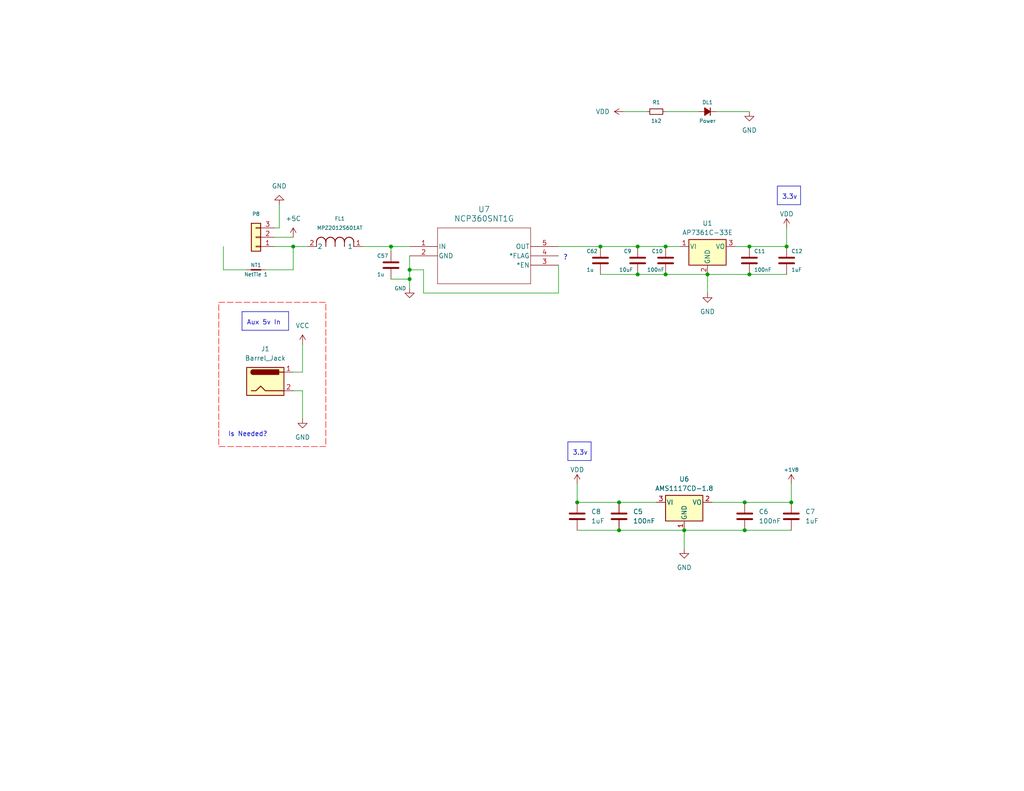
<source format=kicad_sch>
(kicad_sch (version 20230121) (generator eeschema)
  (paper "USLetter")
  (title_block (title "Power related components") (date "2023-06-25") (rev "0.1.0"))
  (lib_symbols
    (symbol "Connector:Barrel_Jack" (pin_names (offset 1.016))
      (property "Reference" "J" (at 0 5.334 0))
      (property "Value" "Barrel_Jack" (at 0 -5.08 0))
      (symbol "Barrel_Jack_0_1"
        (rectangle (start -5.08 3.81) (end 5.08 -3.81) (stroke (width 0.254)) (fill (type background)))
        (arc (start -3.302 3.175) (mid -3.9343 2.54) (end -3.302 1.905) (stroke (width 0.254)))
        (arc (start -3.302 3.175) (mid -3.9343 2.54) (end -3.302 1.905) (stroke (width 0.254)) (fill (type outline)))
        (polyline (pts (xy 5.08 2.54) (xy 3.81 2.54)) (stroke (width 0.254)))
        (polyline (pts (xy -3.81 -2.54) (xy -2.54 -2.54) (xy -1.27 -1.27) (xy 0 -2.54) (xy 2.54 -2.54) (xy 5.08 -2.54)) (stroke (width 0.254)))
        (rectangle (start 3.683 3.175) (end -3.302 1.905) (stroke (width 0.254)) (fill (type outline)))
      )
      (symbol "Barrel_Jack_1_1"
        (pin passive line (at 7.62 2.54 180) (length 2.54) (name "~") (number "1"))
        (pin passive line (at 7.62 -2.54 180) (length 2.54) (name "~") (number "2"))
      )
    )
    (symbol "Connector_Generic:Conn_01x03" (pin_names (offset 1.016) hide)
      (property "Reference" "J" (at 0 5.08 0))
      (property "Value" "Conn_01x03" (at 0 -5.08 0))
      (symbol "Conn_01x03_1_1"
        (rectangle (start -1.27 -2.413) (end 0 -2.667) (stroke (width 0.1524)))
        (rectangle (start -1.27 0.127) (end 0 -0.127) (stroke (width 0.1524)))
        (rectangle (start -1.27 2.667) (end 0 2.413) (stroke (width 0.1524)))
        (rectangle (start -1.27 3.81) (end 1.27 -3.81) (stroke (width 0.254)) (fill (type background)))
        (pin passive line (at -5.08 2.54 0) (length 3.81) (name "Pin_1") (number "1"))
        (pin passive line (at -5.08 0 0) (length 3.81) (name "Pin_2") (number "2"))
        (pin passive line (at -5.08 -2.54 0) (length 3.81) (name "Pin_3") (number "3"))
      )
    )
    (symbol "Device:C" (pin_numbers hide) (pin_names (offset 0.254))
      (property "Reference" "C" (at 0.635 2.54 0))
      (property "Value" "C" (at 0.635 -2.54 0))
      (symbol "C_0_1"
        (polyline (pts (xy -2.032 -0.762) (xy 2.032 -0.762)) (stroke (width 0.508)))
        (polyline (pts (xy -2.032 0.762) (xy 2.032 0.762)) (stroke (width 0.508)))
      )
      (symbol "C_1_1"
        (pin passive line (at 0 3.81 270) (length 2.794) (name "~") (number "1"))
        (pin passive line (at 0 -3.81 90) (length 2.794) (name "~") (number "2"))
      )
    )
    (symbol "Device:D_Small_Filled" (pin_numbers hide) (pin_names (offset 0.254) hide)
      (property "Reference" "D" (at -1.27 2.032 0))
      (property "Value" "D_Small_Filled" (at -3.81 -2.032 0))
      (symbol "D_Small_Filled_0_1"
        (polyline (pts (xy -0.762 -1.016) (xy -0.762 1.016)) (stroke (width 0.254)))
        (polyline (pts (xy -0.762 0) (xy 0.762 0)))
        (polyline (pts (xy 0.762 -1.016) (xy -0.762 0) (xy 0.762 1.016) (xy 0.762 -1.016)) (stroke (width 0.254)) (fill (type outline)))
      )
      (symbol "D_Small_Filled_1_1"
        (pin passive line (at -2.54 0 0) (length 1.778) (name "K") (number "1"))
        (pin passive line (at 2.54 0 180) (length 1.778) (name "A") (number "2"))
      )
    )
    (symbol "Device:NetTie_2" (pin_numbers hide) (pin_names (offset 0) hide) (in_bom no)
      (property "Reference" "NT2" (at 0 3.81 0))
      (property "Value" "NetTie 1" (at 0 -2.54 0))
      (symbol "NetTie_2_1_1"
        (polyline (pts (xy -1.27 0) (xy 1.27 0)) (stroke (width 0.4)))
        (pin passive line (at -2.54 0 0) (length 2.54) (name "1") (number "1"))
        (pin passive line (at 2.54 0 180) (length 2.54) (name "2") (number "2"))
      )
    )
    (symbol "Device:R_Small" (pin_numbers hide) (pin_names (offset 0.254) hide)
      (property "Reference" "R" (at 0.762 0.508 0))
      (property "Value" "R_Small" (at 0.762 -1.016 0))
      (symbol "R_Small_0_1"
        (rectangle (start -0.762 1.778) (end 0.762 -1.778) (stroke (width 0.2032)))
      )
      (symbol "R_Small_1_1"
        (pin passive line (at 0 2.54 270) (length 0.762) (name "~") (number "1"))
        (pin passive line (at 0 -2.54 90) (length 0.762) (name "~") (number "2"))
      )
    )
    (symbol "MPZ2012S601AT000:MPZ2012S601AT000" (pin_names (offset 0.254))
      (property "Reference" "L" (at 6.985 5.08 0))
      (property "Value" "MPZ2012S601AT000" (at 6.985 -2.54 0))
      (symbol "MPZ2012S601AT000_1_1"
        (polyline (pts (xy 2.54 0) (xy 2.54 1.27)) (stroke (width 0.2032)))
        (polyline (pts (xy 5.08 0) (xy 5.08 1.27)) (stroke (width 0.2032)))
        (polyline (pts (xy 7.62 0) (xy 7.62 1.27)) (stroke (width 0.2032)))
        (polyline (pts (xy 10.16 0) (xy 10.16 1.27)) (stroke (width 0.2032)))
        (polyline (pts (xy 12.7 0) (xy 12.7 1.27)) (stroke (width 0.2032)))
        (arc (start 5.08 1.27) (mid 3.81 2.5345) (end 2.54 1.27) (stroke (width 0.254)))
        (arc (start 7.62 1.27) (mid 6.35 2.5345) (end 5.08 1.27) (stroke (width 0.254)))
        (arc (start 10.16 1.27) (mid 8.89 2.5345) (end 7.62 1.27) (stroke (width 0.254)))
        (arc (start 12.7 1.27) (mid 11.43 2.5345) (end 10.16 1.27) (stroke (width 0.254)))
        (pin unspecified line (at 15.24 0 180) (length 2.54) (name "1") (number "1"))
        (pin unspecified line (at 0 0 0) (length 2.54) (name "2") (number "2"))
      )
      (symbol "MPZ2012S601AT000_1_2"
        (arc (start -1.27 5.08) (mid -2.5345 3.81) (end -1.27 2.54) (stroke (width 0.254)))
        (arc (start -1.27 7.62) (mid -2.5345 6.35) (end -1.27 5.08) (stroke (width 0.254)))
        (arc (start -1.27 10.16) (mid -2.5345 8.89) (end -1.27 7.62) (stroke (width 0.254)))
        (arc (start -1.27 12.7) (mid -2.5345 11.43) (end -1.27 10.16) (stroke (width 0.254)))
        (polyline (pts (xy 0 2.54) (xy -1.27 2.54)) (stroke (width 0.2032)))
        (polyline (pts (xy 0 5.08) (xy -1.27 5.08)) (stroke (width 0.2032)))
        (polyline (pts (xy 0 7.62) (xy -1.27 7.62)) (stroke (width 0.2032)))
        (polyline (pts (xy 0 10.16) (xy -1.27 10.16)) (stroke (width 0.2032)))
        (polyline (pts (xy 0 12.7) (xy -1.27 12.7)) (stroke (width 0.2032)))
        (pin unspecified line (at 0 15.24 270) (length 2.54) (name "1") (number "1"))
        (pin unspecified line (at 0 0 90) (length 2.54) (name "2") (number "2"))
      )
    )
    (symbol "NCP360:NCP360SNT1G" (pin_names (offset 0.254))
      (property "Reference" "U" (at 20.32 10.16 0))
      (property "Value" "NCP360SNT1G" (at 20.32 7.62 0))
      (symbol "NCP360SNT1G_0_1"
        (polyline (pts (xy 7.62 -10.16) (xy 33.02 -10.16)) (stroke (width 0.127)))
        (polyline (pts (xy 7.62 5.08) (xy 7.62 -10.16)) (stroke (width 0.127)))
        (polyline (pts (xy 33.02 -10.16) (xy 33.02 5.08)) (stroke (width 0.127)))
        (polyline (pts (xy 33.02 5.08) (xy 7.62 5.08)) (stroke (width 0.127)))
        (pin input line (at 0 0 0) (length 7.62) (name "IN") (number "1"))
        (pin power_in line (at 0 -2.54 0) (length 7.62) (name "GND") (number "2"))
        (pin input line (at 40.64 -5.08 180) (length 7.62) (name "*EN") (number "3"))
        (pin output line (at 40.64 -2.54 180) (length 7.62) (name "*FLAG") (number "4"))
        (pin output line (at 40.64 0 180) (length 7.62) (name "OUT") (number "5"))
      )
    )
    (symbol "Regulator_Linear:AMS1117CD-1.8" (pin_names (offset 0.254))
      (property "Reference" "U" (at -3.81 3.175 0))
      (property "Value" "AMS1117CD-1.8" (at 0 3.175 0))
      (symbol "AMS1117CD-1.8_0_1"
        (rectangle (start -5.08 -5.08) (end 5.08 1.905) (stroke (width 0.254)) (fill (type background)))
      )
      (symbol "AMS1117CD-1.8_1_1"
        (pin power_in line (at 0 -7.62 90) (length 2.54) (name "GND") (number "1"))
        (pin power_out line (at 7.62 0 180) (length 2.54) (name "VO") (number "2"))
        (pin power_in line (at -7.62 0 0) (length 2.54) (name "VI") (number "3"))
      )
    )
    (symbol "Regulator_Linear:AP7361C-33E" (pin_names (offset 0.254))
      (property "Reference" "U" (at -3.81 3.175 0))
      (property "Value" "AP7361C-33E" (at 0 3.175 0))
      (symbol "AP7361C-33E_0_1"
        (rectangle (start -5.08 -5.08) (end 5.08 1.905) (stroke (width 0.254)) (fill (type background)))
      )
      (symbol "AP7361C-33E_1_1"
        (pin power_in line (at -7.62 0 0) (length 2.54) (name "VI") (number "1"))
        (pin power_in line (at 0 -7.62 90) (length 2.54) (name "GND") (number "2"))
        (pin power_out line (at 7.62 0 180) (length 2.54) (name "VO") (number "3"))
      )
    )
    (symbol "power:+1V8" (power) (pin_names (offset 0))
      (property "Value" "+1V8" (at 0 3.556 0))
      (symbol "+1V8_0_1"
        (polyline (pts (xy -0.762 1.27) (xy 0 2.54)))
        (polyline (pts (xy 0 0) (xy 0 2.54)))
        (polyline (pts (xy 0 2.54) (xy 0.762 1.27)))
      )
      (symbol "+1V8_1_1"
        (pin power_in line (at 0 0 90) (length 0) hide (name "+1V8") (number "1"))
      )
    )
    (symbol "power:+5C" (power) (pin_names (offset 0))
      (property "Value" "+5C" (at 0 3.556 0))
      (symbol "+5C_0_1"
        (polyline (pts (xy -0.762 1.27) (xy 0 2.54)))
        (polyline (pts (xy 0 0) (xy 0 2.54)))
        (polyline (pts (xy 0 2.54) (xy 0.762 1.27)))
      )
      (symbol "+5C_1_1"
        (pin power_in line (at 0 0 90) (length 0) hide (name "+5C") (number "1"))
      )
    )
    (symbol "power:GND" (power) (pin_names (offset 0))
      (property "Value" "GND" (at 0 -3.81 0))
      (symbol "GND_0_1"
        (polyline (pts (xy 0 0) (xy 0 -1.27) (xy 1.27 -1.27) (xy 0 -2.54) (xy -1.27 -1.27) (xy 0 -1.27)))
      )
      (symbol "GND_1_1"
        (pin power_in line (at 0 0 270) (length 0) hide (name "GND") (number "1"))
      )
    )
    (symbol "power:VCC" (power) (pin_names (offset 0))
      (property "Value" "VCC" (at 0 3.81 0))
      (symbol "VCC_0_1"
        (polyline (pts (xy -0.762 1.27) (xy 0 2.54)))
        (polyline (pts (xy 0 0) (xy 0 2.54)))
        (polyline (pts (xy 0 2.54) (xy 0.762 1.27)))
      )
      (symbol "VCC_1_1"
        (pin power_in line (at 0 0 90) (length 0) hide (name "VCC") (number "1"))
      )
    )
    (symbol "power:VDD" (power) (pin_names (offset 0))
      (property "Value" "VDD" (at 0 3.81 0))
      (symbol "VDD_0_1"
        (polyline (pts (xy -0.762 1.27) (xy 0 2.54)))
        (polyline (pts (xy 0 0) (xy 0 2.54)))
        (polyline (pts (xy 0 2.54) (xy 0.762 1.27)))
      )
      (symbol "VDD_1_1"
        (pin power_in line (at 0 0 90) (length 0) hide (name "VDD") (number "1"))
      )
    )
  )
  (junction (at 203.2 144.78))
  (junction (at 181.61 74.93))
  (junction (at 111.76 76.2))
  (junction (at 214.63 67.31))
  (junction (at 173.99 67.31))
  (junction (at 106.68 67.31))
  (junction (at 163.83 67.31))
  (junction (at 168.91 144.78))
  (junction (at 80.01 67.31))
  (junction (at 215.9 137.16))
  (junction (at 157.48 137.16))
  (junction (at 173.99 74.93))
  (junction (at 203.2 137.16))
  (junction (at 204.47 67.31))
  (junction (at 181.61 67.31))
  (junction (at 186.69 144.78))
  (junction (at 204.47 74.93))
  (junction (at 111.76 73.66))
  (junction (at 193.04 74.93))
  (junction (at 168.91 137.16))
  (wire (pts (xy 186.69 149.86) (xy 186.69 144.78)))
  (polyline (pts (xy 154.94 120.65) (xy 161.29 120.65)))
  (wire (pts (xy 152.4 67.31) (xy 163.83 67.31)))
  (wire (pts (xy 82.55 93.98) (xy 82.55 101.6)))
  (polyline (pts (xy 154.94 125.73) (xy 161.29 125.73)))
  (polyline (pts (xy 212.09 55.88) (xy 218.44 55.88)))
  (wire (pts (xy 60.96 73.66) (xy 67.31 73.66)))
  (wire (pts (xy 76.2 62.23) (xy 74.93 62.23)))
  (polyline (pts (xy 161.29 125.73) (xy 161.29 120.65)))
  (wire (pts (xy 194.31 137.16) (xy 203.2 137.16)))
  (wire (pts (xy 106.68 76.2) (xy 111.76 76.2)))
  (wire (pts (xy 204.47 67.31) (xy 214.63 67.31)))
  (wire (pts (xy 203.2 137.16) (xy 215.9 137.16)))
  (wire (pts (xy 99.06 67.31) (xy 106.68 67.31)))
  (wire (pts (xy 106.68 67.31) (xy 111.76 67.31)))
  (wire (pts (xy 111.76 73.66) (xy 111.76 76.2)))
  (wire (pts (xy 157.48 137.16) (xy 168.91 137.16)))
  (wire (pts (xy 111.76 76.2) (xy 111.76 78.74)))
  (polyline (pts (xy 78.74 90.17) (xy 78.74 85.09)))
  (wire (pts (xy 80.01 106.68) (xy 82.55 106.68)))
  (wire (pts (xy 193.04 74.93) (xy 193.04 80.01)))
  (wire (pts (xy 215.9 132.08) (xy 215.9 137.16)))
  (wire (pts (xy 115.57 80.01) (xy 115.57 73.66)))
  (wire (pts (xy 186.69 144.78) (xy 203.2 144.78)))
  (wire (pts (xy 115.57 73.66) (xy 111.76 73.66)))
  (wire (pts (xy 170.18 30.48) (xy 176.53 30.48)))
  (polyline (pts (xy 218.44 55.88) (xy 218.44 50.8)))
  (wire (pts (xy 152.4 72.39) (xy 152.4 80.01)))
  (wire (pts (xy 204.47 74.93) (xy 214.63 74.93)))
  (wire (pts (xy 168.91 144.78) (xy 186.69 144.78)))
  (wire (pts (xy 195.58 30.48) (xy 204.47 30.48)))
  (wire (pts (xy 157.48 144.78) (xy 168.91 144.78)))
  (polyline (pts (xy 66.04 85.09) (xy 78.74 85.09)))
  (polyline (pts (xy 154.94 120.65) (xy 154.94 125.73)))
  (polyline (pts (xy 212.09 50.8) (xy 218.44 50.8)))
  (wire (pts (xy 80.01 73.66) (xy 72.39 73.66)))
  (wire (pts (xy 80.01 101.6) (xy 82.55 101.6)))
  (wire (pts (xy 181.61 67.31) (xy 185.42 67.31)))
  (wire (pts (xy 173.99 74.93) (xy 181.61 74.93)))
  (wire (pts (xy 111.76 69.85) (xy 111.76 73.66)))
  (wire (pts (xy 181.61 74.93) (xy 193.04 74.93)))
  (wire (pts (xy 74.93 67.31) (xy 80.01 67.31)))
  (wire (pts (xy 74.93 64.77) (xy 80.01 64.77)))
  (wire (pts (xy 76.2 55.88) (xy 76.2 62.23)))
  (polyline (pts (xy 212.09 50.8) (xy 212.09 55.88)))
  (wire (pts (xy 173.99 67.31) (xy 181.61 67.31)))
  (wire (pts (xy 157.48 132.08) (xy 157.48 137.16)))
  (wire (pts (xy 181.61 30.48) (xy 190.5 30.48)))
  (wire (pts (xy 106.68 67.31) (xy 106.68 68.58)))
  (wire (pts (xy 60.96 67.31) (xy 60.96 73.66)))
  (wire (pts (xy 80.01 67.31) (xy 83.82 67.31)))
  (polyline (pts (xy 66.04 90.17) (xy 78.74 90.17)))
  (wire (pts (xy 193.04 74.93) (xy 204.47 74.93)))
  (wire (pts (xy 82.55 106.68) (xy 82.55 114.3)))
  (wire (pts (xy 152.4 80.01) (xy 115.57 80.01)))
  (polyline (pts (xy 66.04 85.09) (xy 66.04 90.17)))
  (wire (pts (xy 168.91 137.16) (xy 179.07 137.16)))
  (wire (pts (xy 203.2 144.78) (xy 215.9 144.78)))
  (wire (pts (xy 163.83 67.31) (xy 173.99 67.31)))
  (wire (pts (xy 200.66 67.31) (xy 204.47 67.31)))
  (wire (pts (xy 214.63 62.23) (xy 214.63 67.31)))
  (wire (pts (xy 163.83 74.93) (xy 173.99 74.93)))
  (wire (pts (xy 80.01 67.31) (xy 80.01 73.66)))
  (rectangle (start 59.69 82.55) (end 88.9 121.92) (stroke (width 0) (type dash) (color 255 0 7 1)))
  (text "Is Needed?" (at 62.23 119.38 0) (effects (font (size 1.27 1.27)) (justify left bottom)))
  (text "3.3v" (at 156.21 124.46 0) (effects (font (size 1.27 1.27)) (justify left bottom)))
  (text "?" (at 153.67 71.12 0) (effects (font (size 1.27 1.27)) (justify left bottom)))
  (text "Aux 5v In" (at 67.31 88.9 0) (effects (font (size 1.27 1.27)) (justify left bottom)))
  (text "3.3v" (at 213.36 54.61 0) (effects (font (size 1.27 1.27)) (justify left bottom)))
  (symbol (lib_id "Device:C") (at 168.91 140.97 0) (unit 1)
    (property "Reference" "C5" (at 172.72 139.7 0) (effects (justify left)))
    (property "Value" "100nF" (at 172.72 142.24 0) (effects (justify left)))
    (property "Footprint" "Capacitor_SMD:C_0805_2012Metric_Pad1.18x1.45mm_HandSolder" (effects hide))
  )
  (symbol (lib_id "power:GND") (at 111.76 78.74 0) (unit 1)
    (property "Reference" "#PWR039" (effects hide))
    (property "Value" "GND" (at 109.22 78.74 0) (effects (font (size 1 1))))
  )
  (symbol (lib_id "power:+1V8") (at 215.9 132.08 0) (unit 1)
    (property "Reference" "#PWR014" (effects hide))
    (property "Value" "+1V8" (at 215.9 128.27 0) (effects (font (size 1 1))))
  )
  (symbol (lib_id "Regulator_Linear:AMS1117CD-1.8") (at 186.69 137.16 0) (unit 1)
    (property "Reference" "U6" (at 186.69 130.81 0))
    (property "Value" "AMS1117CD-1.8" (at 186.69 133.35 0))
    (property "Footprint" "Package_TO_SOT_SMD:TO-252-3_TabPin2" (effects hide))
    (property "Datasheet" "http://www.advanced-monolithic.com/pdf/ds1117.pdf" (effects hide))
    (instances (project "HF103-redux" (path "" (reference "U6") (unit 1)) (path "" (reference "U1") (unit 1))))
  )
  (symbol (lib_id "power:GND") (at 82.55 114.3 0) (unit 1)
    (property "Reference" "#PWR037" (effects hide))
    (property "Value" "GND" (at 82.55 119.38 0))
  )
  (symbol (lib_id "power:+5C") (at 80.01 64.77 0) (unit 1)
    (property "Reference" "#PWR038" (effects hide))
    (property "Value" "+5C" (at 80.01 59.69 0))
  )
  (symbol (lib_id "power:GND") (at 76.2 55.88 180) (unit 1)
    (property "Reference" "#PWR015" (effects hide))
    (property "Value" "GND" (at 76.2 50.8 0))
  )
  (symbol (lib_id "power:VDD") (at 214.63 62.23 0) (unit 1)
    (property "Reference" "#PWR017" (effects hide))
    (property "Value" "VDD" (at 214.63 58.42 0))
  )
  (symbol (lib_id "Device:C") (at 181.61 71.12 0) (unit 1)
    (property "Reference" "C10" (at 177.8 68.58 0) (effects (font (size 1 1)) (justify left)))
    (property "Value" "100nF" (at 176.53 73.66 0) (effects (font (size 1 1)) (justify left)))
    (property "Footprint" "Capacitor_SMD:C_0805_2012Metric_Pad1.18x1.45mm_HandSolder" (effects hide))
  )
  (symbol (lib_id "power:GND") (at 204.47 30.48 0) (unit 1)
    (property "Reference" "#PWR040" (effects hide))
    (property "Value" "GND" (at 204.47 35.56 0))
  )
  (symbol (lib_id "MPZ2012S601AT000:MPZ2012S601AT000") (at 83.82 67.31 0) (unit 1)
    (property "Reference" "FL1" (at 92.71 59.69 0) (effects (font (size 1 1))))
    (property "Value" "MPZ2012S601AT" (at 92.71 62.23 0) (effects (font (size 1 1))))
    (property "Footprint" "IND_2012_TDK" (effects hide))
    (property "Datasheet" "MPZ2012S601AT000" (effects hide))
  )
  (symbol (lib_id "power:VDD") (at 157.48 132.08 0) (unit 1)
    (property "Reference" "#PWR016" (effects hide))
    (property "Value" "VDD" (at 157.48 128.27 0))
  )
  (symbol (lib_id "Device:C") (at 214.63 71.12 0) (unit 1)
    (property "Reference" "C12" (at 215.9 68.58 0) (effects (font (size 1 1)) (justify left)))
    (property "Value" "1uF" (at 215.9 73.66 0) (effects (font (size 1 1)) (justify left)))
    (property "Footprint" "Capacitor_SMD:C_0805_2012Metric_Pad1.18x1.45mm_HandSolder" (effects hide))
  )
  (symbol (lib_id "Device:C") (at 106.68 72.39 0) (unit 1)
    (property "Reference" "C57" (at 102.87 69.85 0) (effects (font (size 1 1)) (justify left)))
    (property "Value" "1u" (at 102.87 74.93 0) (effects (font (size 1 1)) (justify left)))
  )
  (symbol (lib_id "NCP360:NCP360SNT1G") (at 111.76 67.31 0) (unit 1)
    (property "Reference" "U7" (at 132.08 57.15 0) (effects (font (size 1.524 1.524))))
    (property "Value" "NCP360SNT1G" (at 132.08 59.69 0) (effects (font (size 1.524 1.524))))
    (property "Footprint" "TSOP5_3X1P5_ONS" (effects hide))
    (property "Datasheet" "NCP360SNT1G" (effects hide))
  )
  (symbol (lib_id "Device:NetTie_2") (at 69.85 73.66 0) (unit 1) (in_bom no)
    (property "Reference" "NT1" (at 69.85 72.39 0) (effects (font (size 1 1))))
    (property "Value" "NetTie 1" (at 69.85 74.93 0) (effects (font (size 1 1))))
    (instances (project "HF103-redux" (path "" (reference "NT1") (unit 1)) (path "" (reference "NT2") (unit 1))))
  )
  (symbol (lib_id "Device:C") (at 204.47 71.12 0) (unit 1)
    (property "Reference" "C11" (at 205.74 68.58 0) (effects (font (size 1 1)) (justify left)))
    (property "Value" "100nF" (at 205.74 73.66 0) (effects (font (size 1 1)) (justify left)))
    (property "Footprint" "Capacitor_SMD:C_0805_2012Metric_Pad1.18x1.45mm_HandSolder" (effects hide))
  )
  (symbol (lib_id "Device:D_Small_Filled") (at 193.04 30.48 180) (unit 1)
    (property "Reference" "DL1" (at 193.04 27.94 0) (effects (font (size 1 1))))
    (property "Value" "Power" (at 193.04 33.02 0) (effects (font (size 1 1))))
    (property "Sim.Device" "D" (effects hide))
    (property "Sim.Pins" "1=K 2=A" (effects hide))
  )
  (symbol (lib_id "Device:C") (at 163.83 71.12 0) (unit 1)
    (property "Reference" "C62" (at 160.02 68.58 0) (effects (font (size 1 1)) (justify left)))
    (property "Value" "1u" (at 160.02 73.66 0) (effects (font (size 1 1)) (justify left)))
  )
  (symbol (lib_id "power:GND") (at 193.04 80.01 0) (unit 1)
    (property "Reference" "#PWR036" (effects hide))
    (property "Value" "GND" (at 193.04 85.09 0))
  )
  (symbol (lib_id "Device:R_Small") (at 179.07 30.48 270) (unit 1)
    (property "Reference" "R1" (at 179.07 27.94 90) (effects (font (size 1 1))))
    (property "Value" "1k2" (at 179.07 33.02 90) (effects (font (size 1 1))))
  )
  (symbol (lib_id "Device:C") (at 203.2 140.97 0) (unit 1)
    (property "Reference" "C6" (at 207.01 139.7 0) (effects (justify left)))
    (property "Value" "100nF" (at 207.01 142.24 0) (effects (justify left)))
    (property "Footprint" "Capacitor_SMD:C_0805_2012Metric_Pad1.18x1.45mm_HandSolder" (effects hide))
  )
  (symbol (lib_id "Device:C") (at 157.48 140.97 0) (unit 1)
    (property "Reference" "C8" (at 161.29 139.7 0) (effects (justify left)))
    (property "Value" "1uF" (at 161.29 142.24 0) (effects (justify left)))
    (property "Footprint" "Capacitor_SMD:C_0805_2012Metric_Pad1.18x1.45mm_HandSolder" (effects hide))
  )
  (symbol (lib_id "Connector_Generic:Conn_01x03") (at 69.85 64.77 180) (unit 1)
    (property "Reference" "P8" (at 69.85 58.42 0) (effects (font (size 1 1))))
    (property "Value" "Conn_01x03" (effects hide))
  )
  (symbol (lib_id "Device:C") (at 173.99 71.12 0) (unit 1)
    (property "Reference" "C9" (at 170.18 68.58 0) (effects (font (size 1 1)) (justify left)))
    (property "Value" "10uF" (at 168.91 73.66 0) (effects (font (size 1 1)) (justify left)))
    (property "Footprint" "Capacitor_SMD:C_0805_2012Metric_Pad1.18x1.45mm_HandSolder" (effects hide))
  )
  (symbol (lib_id "Connector:Barrel_Jack") (at 72.39 104.14 0) (unit 1)
    (property "Reference" "J1" (at 72.39 95.25 0))
    (property "Value" "Barrel_Jack" (at 72.39 97.79 0))
    (property "Footprint" "Connector_BarrelJack:BarrelJack_Horizontal" (effects hide))
  )
  (symbol (lib_id "power:VCC") (at 82.55 93.98 0) (unit 1)
    (property "Reference" "#PWR012" (effects hide))
    (property "Value" "VCC" (at 82.55 88.9 0))
  )
  (symbol (lib_id "power:GND") (at 186.69 149.86 0) (unit 1)
    (property "Reference" "#PWR035" (effects hide))
    (property "Value" "GND" (at 186.69 154.94 0))
  )
  (symbol (lib_id "power:VDD") (at 170.18 30.48 90) (unit 1)
    (property "Reference" "#PWR041" (effects hide))
    (property "Value" "VDD" (at 166.37 30.48 90) (effects (justify left)))
  )
  (symbol (lib_id "Device:C") (at 215.9 140.97 0) (unit 1)
    (property "Reference" "C7" (at 219.71 139.7 0) (effects (justify left)))
    (property "Value" "1uF" (at 219.71 142.24 0) (effects (justify left)))
    (property "Footprint" "Capacitor_SMD:C_0805_2012Metric_Pad1.18x1.45mm_HandSolder" (effects hide))
  )
  (symbol (lib_id "Regulator_Linear:AP7361C-33E") (at 193.04 67.31 0) (unit 1)
    (property "Reference" "U1" (at 193.04 60.96 0))
    (property "Value" "AP7361C-33E" (at 193.04 63.5 0))
    (property "Footprint" "Package_TO_SOT_SMD:SOT-223-3_TabPin2" (effects hide))
    (property "Datasheet" "https://www.diodes.com/assets/Datasheets/AP7361C.pdf" (effects hide))
    (instances (project "HF103-redux" (path "" (reference "U1") (unit 1)) (path "" (reference "U3") (unit 1))))
  )
)
</source>
